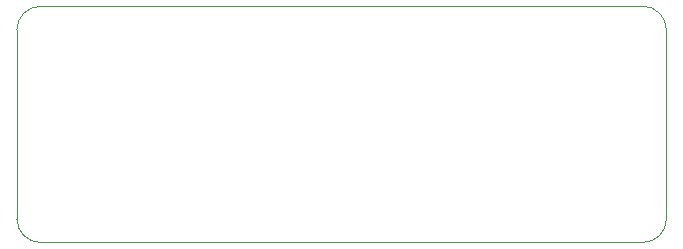
<source format=gm1>
G04 #@! TF.GenerationSoftware,KiCad,Pcbnew,5.99.0-unknown-395602b12a~131~ubuntu20.04.1*
G04 #@! TF.CreationDate,2021-07-16T02:08:33+02:00*
G04 #@! TF.ProjectId,TPS5430,54505335-3433-4302-9e6b-696361645f70,1.0.0*
G04 #@! TF.SameCoordinates,Original*
G04 #@! TF.FileFunction,Profile,NP*
%FSLAX46Y46*%
G04 Gerber Fmt 4.6, Leading zero omitted, Abs format (unit mm)*
G04 Created by KiCad (PCBNEW 5.99.0-unknown-395602b12a~131~ubuntu20.04.1) date 2021-07-16 02:08:33*
%MOMM*%
%LPD*%
G01*
G04 APERTURE LIST*
G04 #@! TA.AperFunction,Profile*
%ADD10C,0.100000*%
G04 #@! TD*
G04 APERTURE END LIST*
D10*
X149000000Y-96000000D02*
X200000000Y-96000000D01*
X200000000Y-96000000D02*
G75*
G03*
X202000000Y-94000000I0J2000000D01*
G01*
X147000000Y-78000000D02*
G75*
G02*
X149000000Y-76000000I2000000J0D01*
G01*
X147000000Y-94000000D02*
G75*
G03*
X149000000Y-96000000I2000000J0D01*
G01*
X202000000Y-94000000D02*
X202000000Y-78000000D01*
X147000000Y-78000000D02*
X147000000Y-94000000D01*
X200000000Y-76000000D02*
X149000000Y-76000000D01*
X200000000Y-76000000D02*
G75*
G02*
X202000000Y-78000000I0J-2000000D01*
G01*
M02*

</source>
